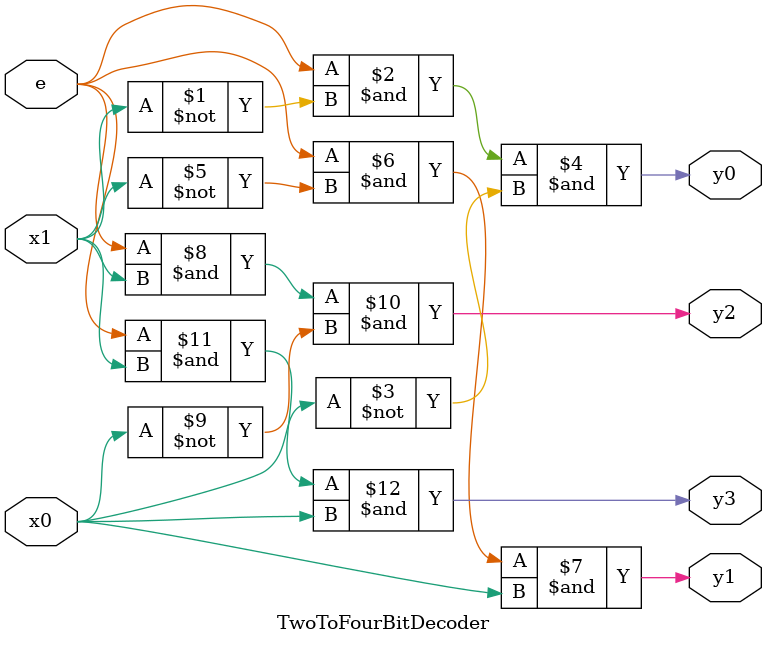
<source format=v>
`timescale 1ns / 1ps
module TwoToFourBitDecoder(

input e,x0,x1,
output y0,y1,y2,y3
    );
	 
	 assign y0 = (e & ~x1 & ~x0);
	 assign y1 = (e & ~x1 & x0);
	 assign y2 = (e & x1 & ~x0);
	 assign y3 = (e & x1 & x0);


endmodule

</source>
